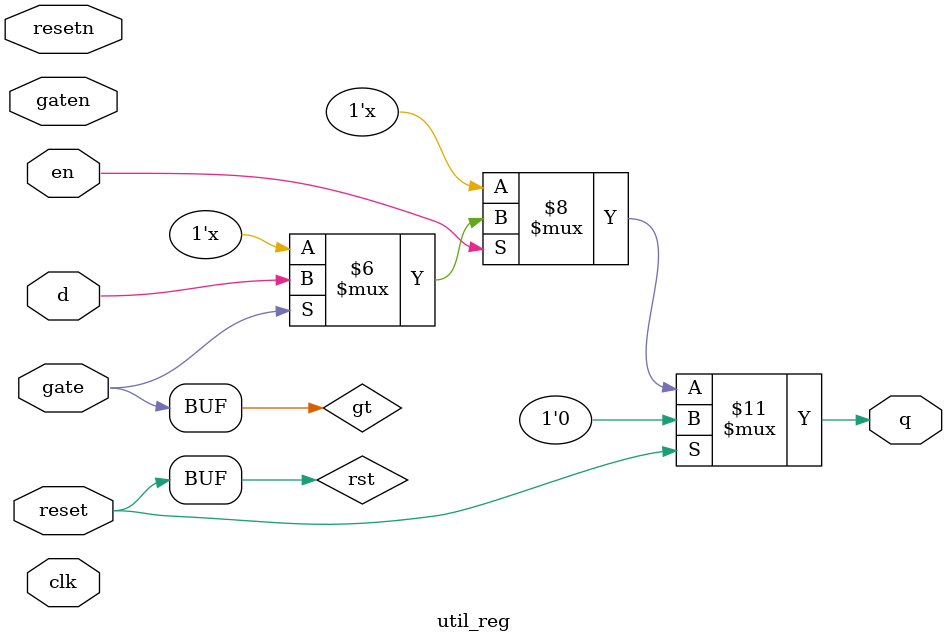
<source format=v>
`timescale 1ns/100ps

module util_reg #(
    parameter IS_FF = 0,
    parameter NUM_OF_BITS = 1,
    parameter CLK_EDGE=1,
    parameter ACTIVE_RESET=1,
    parameter ACTIVE_GATE=1,
    parameter RESET_ASYNC = 0,
    parameter [NUM_OF_BITS-1:0]  INIT={NUM_OF_BITS{1'b0}},
    parameter [NUM_OF_BITS-1:0]  RESET_VALUE ={NUM_OF_BITS{1'b0}}
   

)
(
    input [NUM_OF_BITS-1:0] d,
    input  clk,
    input  en,
    input  reset,
    input resetn,
    input  gate,
    input gaten,
    output reg  [NUM_OF_BITS-1:0] q = INIT

);

wire rst;
wire gt;

assign rst= ACTIVE_RESET ? reset : resetn;
assign gt= ACTIVE_GATE ? gate : gaten;

generate 
    if (IS_FF==1) begin
        if (CLK_EDGE == 0) begin
            if(RESET_ASYNC == 0) begin
                always @(negedge clk) begin
                    if(rst== ACTIVE_RESET) begin
                        q<= RESET_VALUE;
                    end else if (en==1'b1) begin
                        q<=d;
                    end
                end
            end else if (RESET_ASYNC == 1)begin
                  if (ACTIVE_RESET == 0) begin
                    always @(negedge clk or negedge rst ) begin
                        if(rst== ACTIVE_RESET) begin
                            q<= RESET_VALUE;
                        end else if (en==1'b1) begin
                            q<=d;
                        end
                    end

                  end if (ACTIVE_RESET == 1) begin
                    always @(negedge clk or posedge rst ) begin
                        if(rst== ACTIVE_RESET) begin
                            q<= RESET_VALUE;
                        end else if (en==1'b1) begin
                            q<=d;
                        end
                    end
                 end
            end
          
        end else if (CLK_EDGE == 1) begin
            if(RESET_ASYNC == 0) begin
                always @(posedge clk) begin
                    if(rst== ACTIVE_RESET) begin
                        q<= RESET_VALUE;
                    end else if (en==1'b1) begin
                        q<=d;
                    end
                end
            end else if (RESET_ASYNC == 1)begin
                  if (ACTIVE_RESET == 0) begin
                      always @(posedge clk or negedge rst ) begin
                        if(rst== ACTIVE_RESET) begin
                            q<= RESET_VALUE;
                        end else if (en==1'b1) begin
                            q<=d;
                        end
                    end
                  end if (ACTIVE_RESET == 1) begin
                      always @(posedge clk or posedge rst ) begin
                        if(rst== ACTIVE_RESET) begin
                            q<= RESET_VALUE;
                        end else if (en==1'b1) begin
                            q<=d;
                        end
                    end
                 end
            end
           
        end
    end else if (IS_FF==0) begin
        always @(*) begin
            if(rst==ACTIVE_RESET) begin
                q<= RESET_VALUE;
            end else if (en==1'b1) begin
            if(gt == ACTIVE_GATE) begin
                q<=d;
            end
            end
        end

    end
endgenerate

endmodule

</source>
